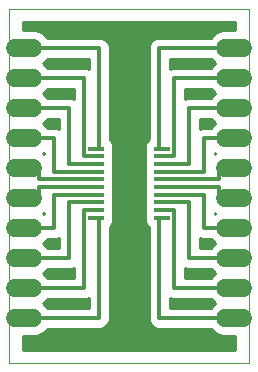
<source format=gtl>
G75*
%MOIN*%
%OFA0B0*%
%FSLAX25Y25*%
%IPPOS*%
%LPD*%
%AMOC8*
5,1,8,0,0,1.08239X$1,22.5*
%
%ADD10C,0.00000*%
%ADD11R,0.05800X0.01400*%
%ADD12C,0.06000*%
%ADD13C,0.01200*%
%ADD14C,0.01000*%
D10*
X0010800Y0001500D02*
X0010800Y0119610D01*
X0090721Y0119610D01*
X0090721Y0001500D01*
X0010800Y0001500D01*
D11*
X0039700Y0050000D03*
X0039700Y0052500D03*
X0039700Y0055100D03*
X0039700Y0057700D03*
X0039700Y0060200D03*
X0039700Y0062800D03*
X0039700Y0065300D03*
X0039700Y0067900D03*
X0039700Y0070500D03*
X0039700Y0073000D03*
X0061900Y0073000D03*
X0061900Y0070500D03*
X0061900Y0067900D03*
X0061900Y0065300D03*
X0061900Y0062800D03*
X0061900Y0060200D03*
X0061900Y0057700D03*
X0061900Y0055100D03*
X0061900Y0052500D03*
X0061900Y0050000D03*
D12*
X0082800Y0046500D02*
X0088800Y0046500D01*
X0088800Y0036500D02*
X0082800Y0036500D01*
X0082800Y0026500D02*
X0088800Y0026500D01*
X0088800Y0016500D02*
X0082800Y0016500D01*
X0082800Y0056500D02*
X0088800Y0056500D01*
X0088800Y0066500D02*
X0082800Y0066500D01*
X0082800Y0076500D02*
X0088800Y0076500D01*
X0088800Y0086500D02*
X0082800Y0086500D01*
X0082800Y0096500D02*
X0088800Y0096500D01*
X0088800Y0106500D02*
X0082800Y0106500D01*
X0018800Y0106500D02*
X0012800Y0106500D01*
X0012800Y0096500D02*
X0018800Y0096500D01*
X0018800Y0086500D02*
X0012800Y0086500D01*
X0012800Y0076500D02*
X0018800Y0076500D01*
X0018800Y0066500D02*
X0012800Y0066500D01*
X0012800Y0056500D02*
X0018800Y0056500D01*
X0018800Y0046500D02*
X0012800Y0046500D01*
X0012800Y0036500D02*
X0018800Y0036500D01*
X0018800Y0026500D02*
X0012800Y0026500D01*
X0012800Y0016500D02*
X0018800Y0016500D01*
D13*
X0015800Y0016500D02*
X0040800Y0016500D01*
X0040800Y0050000D01*
X0039700Y0050000D01*
X0039700Y0052500D02*
X0035800Y0052500D01*
X0035800Y0026500D01*
X0015800Y0026500D01*
X0015800Y0036500D02*
X0030800Y0036500D01*
X0030800Y0055100D01*
X0039700Y0055100D01*
X0039700Y0057700D02*
X0025800Y0057700D01*
X0025800Y0046500D01*
X0015800Y0046500D01*
X0015800Y0056500D02*
X0020800Y0056500D01*
X0020800Y0060200D01*
X0039700Y0060200D01*
X0039700Y0062800D02*
X0020800Y0062800D01*
X0020800Y0066500D01*
X0015800Y0066500D01*
X0015800Y0076500D02*
X0025800Y0076500D01*
X0025800Y0065300D01*
X0039700Y0065300D01*
X0039700Y0067900D02*
X0030800Y0067900D01*
X0030800Y0086500D01*
X0015800Y0086500D01*
X0015800Y0096500D02*
X0035800Y0096500D01*
X0035800Y0070500D01*
X0039700Y0070500D01*
X0039700Y0073000D02*
X0040800Y0073000D01*
X0040800Y0106500D01*
X0015800Y0106500D01*
X0060800Y0106500D02*
X0060800Y0073000D01*
X0061900Y0073000D01*
X0061900Y0070500D02*
X0065800Y0070500D01*
X0065800Y0096500D01*
X0085800Y0096500D01*
X0085800Y0086500D02*
X0070800Y0086500D01*
X0070800Y0067900D01*
X0061900Y0067900D01*
X0061900Y0065300D02*
X0075800Y0065300D01*
X0075800Y0076500D01*
X0085800Y0076500D01*
X0085800Y0066500D02*
X0080800Y0066500D01*
X0080800Y0062800D01*
X0061900Y0062800D01*
X0061900Y0060200D02*
X0080800Y0060200D01*
X0080800Y0056500D01*
X0085800Y0056500D01*
X0085800Y0046500D02*
X0075800Y0046500D01*
X0075800Y0057700D01*
X0061900Y0057700D01*
X0061900Y0055100D02*
X0070800Y0055100D01*
X0070800Y0036500D01*
X0085800Y0036500D01*
X0085800Y0026500D02*
X0065800Y0026500D01*
X0065800Y0052500D01*
X0061900Y0052500D01*
X0061900Y0050000D02*
X0060800Y0050000D01*
X0060800Y0016500D01*
X0085800Y0016500D01*
X0085800Y0106500D02*
X0060800Y0106500D01*
D14*
X0058652Y0109302D02*
X0042948Y0109302D01*
X0042783Y0109467D02*
X0043767Y0108483D01*
X0044300Y0107196D01*
X0044300Y0076101D01*
X0045058Y0075343D01*
X0045500Y0074277D01*
X0045500Y0071777D01*
X0045500Y0069223D01*
X0045490Y0069200D01*
X0045500Y0069177D01*
X0045500Y0066623D01*
X0045490Y0066600D01*
X0045500Y0066577D01*
X0045500Y0061523D01*
X0045490Y0061500D01*
X0045500Y0061477D01*
X0045500Y0056423D01*
X0045490Y0056400D01*
X0045500Y0056377D01*
X0045500Y0053823D01*
X0045490Y0053800D01*
X0045500Y0053777D01*
X0045500Y0048723D01*
X0045058Y0047657D01*
X0044300Y0046899D01*
X0044300Y0015804D01*
X0043767Y0014517D01*
X0042783Y0013533D01*
X0041496Y0013000D01*
X0023644Y0013000D01*
X0022142Y0011498D01*
X0019974Y0010600D01*
X0015300Y0010600D01*
X0015300Y0006000D01*
X0086221Y0006000D01*
X0086221Y0010600D01*
X0081626Y0010600D01*
X0079458Y0011498D01*
X0077956Y0013000D01*
X0060104Y0013000D01*
X0058817Y0013533D01*
X0057833Y0014517D01*
X0057300Y0015804D01*
X0057300Y0046899D01*
X0056541Y0047657D01*
X0056100Y0048723D01*
X0056100Y0053777D01*
X0056110Y0053800D01*
X0056100Y0053823D01*
X0056100Y0056377D01*
X0056110Y0056400D01*
X0056100Y0056423D01*
X0056100Y0061477D01*
X0056110Y0061500D01*
X0056100Y0061523D01*
X0056100Y0066577D01*
X0056110Y0066600D01*
X0056100Y0066623D01*
X0056100Y0069177D01*
X0056110Y0069200D01*
X0056100Y0069223D01*
X0056100Y0074277D01*
X0056541Y0075343D01*
X0057300Y0076101D01*
X0057300Y0107196D01*
X0057833Y0108483D01*
X0058817Y0109467D01*
X0060104Y0110000D01*
X0077956Y0110000D01*
X0079458Y0111502D01*
X0081626Y0112400D01*
X0086221Y0112400D01*
X0086221Y0115110D01*
X0015300Y0115110D01*
X0015300Y0112400D01*
X0019974Y0112400D01*
X0022142Y0111502D01*
X0023644Y0110000D01*
X0041496Y0110000D01*
X0042783Y0109467D01*
X0043841Y0108303D02*
X0057759Y0108303D01*
X0057345Y0107305D02*
X0044255Y0107305D01*
X0044300Y0106306D02*
X0057300Y0106306D01*
X0057300Y0105308D02*
X0044300Y0105308D01*
X0044300Y0104309D02*
X0057300Y0104309D01*
X0057300Y0103311D02*
X0044300Y0103311D01*
X0044300Y0102312D02*
X0057300Y0102312D01*
X0057300Y0101314D02*
X0044300Y0101314D01*
X0044300Y0100315D02*
X0057300Y0100315D01*
X0057300Y0099317D02*
X0044300Y0099317D01*
X0044300Y0098318D02*
X0057300Y0098318D01*
X0057300Y0097320D02*
X0044300Y0097320D01*
X0044300Y0096321D02*
X0057300Y0096321D01*
X0057300Y0095323D02*
X0044300Y0095323D01*
X0044300Y0094324D02*
X0057300Y0094324D01*
X0057300Y0093326D02*
X0044300Y0093326D01*
X0044300Y0092327D02*
X0057300Y0092327D01*
X0057300Y0091329D02*
X0044300Y0091329D01*
X0044300Y0090330D02*
X0057300Y0090330D01*
X0057300Y0089332D02*
X0044300Y0089332D01*
X0044300Y0088333D02*
X0057300Y0088333D01*
X0057300Y0087335D02*
X0044300Y0087335D01*
X0044300Y0086336D02*
X0057300Y0086336D01*
X0057300Y0085338D02*
X0044300Y0085338D01*
X0044300Y0084339D02*
X0057300Y0084339D01*
X0057300Y0083341D02*
X0044300Y0083341D01*
X0044300Y0082342D02*
X0057300Y0082342D01*
X0057300Y0081344D02*
X0044300Y0081344D01*
X0044300Y0080345D02*
X0057300Y0080345D01*
X0057300Y0079347D02*
X0044300Y0079347D01*
X0044300Y0078348D02*
X0057300Y0078348D01*
X0057300Y0077350D02*
X0044300Y0077350D01*
X0044300Y0076351D02*
X0057300Y0076351D01*
X0056551Y0075353D02*
X0045049Y0075353D01*
X0045468Y0074354D02*
X0056132Y0074354D01*
X0056100Y0073356D02*
X0045500Y0073356D01*
X0045500Y0072357D02*
X0056100Y0072357D01*
X0056100Y0071359D02*
X0045500Y0071359D01*
X0045500Y0070360D02*
X0056100Y0070360D01*
X0056100Y0069362D02*
X0045500Y0069362D01*
X0045500Y0068363D02*
X0056100Y0068363D01*
X0056100Y0067365D02*
X0045500Y0067365D01*
X0045500Y0066366D02*
X0056100Y0066366D01*
X0056100Y0065368D02*
X0045500Y0065368D01*
X0045500Y0064369D02*
X0056100Y0064369D01*
X0056100Y0063370D02*
X0045500Y0063370D01*
X0045500Y0062372D02*
X0056100Y0062372D01*
X0056100Y0061373D02*
X0045500Y0061373D01*
X0045500Y0060375D02*
X0056100Y0060375D01*
X0056100Y0059376D02*
X0045500Y0059376D01*
X0045500Y0058378D02*
X0056100Y0058378D01*
X0056100Y0057379D02*
X0045500Y0057379D01*
X0045498Y0056381D02*
X0056102Y0056381D01*
X0056100Y0055382D02*
X0045500Y0055382D01*
X0045500Y0054384D02*
X0056100Y0054384D01*
X0056100Y0053385D02*
X0045500Y0053385D01*
X0045500Y0052387D02*
X0056100Y0052387D01*
X0056100Y0051388D02*
X0045500Y0051388D01*
X0045500Y0050390D02*
X0056100Y0050390D01*
X0056100Y0049391D02*
X0045500Y0049391D01*
X0045363Y0048393D02*
X0056237Y0048393D01*
X0056804Y0047394D02*
X0044796Y0047394D01*
X0044300Y0046396D02*
X0057300Y0046396D01*
X0057300Y0045397D02*
X0044300Y0045397D01*
X0044300Y0044399D02*
X0057300Y0044399D01*
X0057300Y0043400D02*
X0044300Y0043400D01*
X0044300Y0042402D02*
X0057300Y0042402D01*
X0057300Y0041403D02*
X0044300Y0041403D01*
X0044300Y0040405D02*
X0057300Y0040405D01*
X0057300Y0039406D02*
X0044300Y0039406D01*
X0044300Y0038408D02*
X0057300Y0038408D01*
X0057300Y0037409D02*
X0044300Y0037409D01*
X0044300Y0036411D02*
X0057300Y0036411D01*
X0057300Y0035412D02*
X0044300Y0035412D01*
X0044300Y0034414D02*
X0057300Y0034414D01*
X0057300Y0033415D02*
X0044300Y0033415D01*
X0044300Y0032417D02*
X0057300Y0032417D01*
X0057300Y0031418D02*
X0044300Y0031418D01*
X0044300Y0030420D02*
X0057300Y0030420D01*
X0057300Y0029421D02*
X0044300Y0029421D01*
X0044300Y0028423D02*
X0057300Y0028423D01*
X0057300Y0027424D02*
X0044300Y0027424D01*
X0044300Y0026426D02*
X0057300Y0026426D01*
X0057300Y0025427D02*
X0044300Y0025427D01*
X0044300Y0024429D02*
X0057300Y0024429D01*
X0057300Y0023430D02*
X0044300Y0023430D01*
X0044300Y0022432D02*
X0057300Y0022432D01*
X0057300Y0021433D02*
X0044300Y0021433D01*
X0044300Y0020434D02*
X0057300Y0020434D01*
X0057300Y0019436D02*
X0044300Y0019436D01*
X0044300Y0018437D02*
X0057300Y0018437D01*
X0057300Y0017439D02*
X0044300Y0017439D01*
X0044300Y0016440D02*
X0057300Y0016440D01*
X0057450Y0015442D02*
X0044150Y0015442D01*
X0043693Y0014443D02*
X0057907Y0014443D01*
X0059030Y0013445D02*
X0042570Y0013445D01*
X0037300Y0020000D02*
X0023644Y0020000D01*
X0022144Y0021500D01*
X0023644Y0023000D01*
X0036496Y0023000D01*
X0037300Y0023333D01*
X0037300Y0020000D01*
X0037300Y0020434D02*
X0023209Y0020434D01*
X0022211Y0021433D02*
X0037300Y0021433D01*
X0037300Y0022432D02*
X0023075Y0022432D01*
X0023644Y0030000D02*
X0022144Y0031500D01*
X0023644Y0033000D01*
X0031496Y0033000D01*
X0032300Y0033333D01*
X0032300Y0030000D01*
X0023644Y0030000D01*
X0023224Y0030420D02*
X0032300Y0030420D01*
X0032300Y0031418D02*
X0022226Y0031418D01*
X0023060Y0032417D02*
X0032300Y0032417D01*
X0027300Y0040000D02*
X0023644Y0040000D01*
X0022144Y0041500D01*
X0023644Y0043000D01*
X0026496Y0043000D01*
X0027300Y0043333D01*
X0027300Y0040000D01*
X0027300Y0040405D02*
X0023239Y0040405D01*
X0022241Y0041403D02*
X0027300Y0041403D01*
X0027300Y0042402D02*
X0023046Y0042402D01*
X0022300Y0051344D02*
X0022144Y0051500D01*
X0022300Y0051656D01*
X0022300Y0051344D01*
X0022300Y0051388D02*
X0022255Y0051388D01*
X0022300Y0071344D02*
X0022144Y0071500D01*
X0022300Y0071656D01*
X0022300Y0071344D01*
X0022300Y0071359D02*
X0022285Y0071359D01*
X0026496Y0080000D02*
X0027300Y0079667D01*
X0027300Y0083000D01*
X0023644Y0083000D01*
X0022144Y0081500D01*
X0023644Y0080000D01*
X0026496Y0080000D01*
X0027300Y0080345D02*
X0023299Y0080345D01*
X0022300Y0081344D02*
X0027300Y0081344D01*
X0027300Y0082342D02*
X0022986Y0082342D01*
X0023644Y0090000D02*
X0022144Y0091500D01*
X0023644Y0093000D01*
X0032300Y0093000D01*
X0032300Y0089667D01*
X0031496Y0090000D01*
X0023644Y0090000D01*
X0023314Y0090330D02*
X0032300Y0090330D01*
X0032300Y0091329D02*
X0022315Y0091329D01*
X0022971Y0092327D02*
X0032300Y0092327D01*
X0036496Y0100000D02*
X0023644Y0100000D01*
X0022144Y0101500D01*
X0023644Y0103000D01*
X0037300Y0103000D01*
X0037300Y0099667D01*
X0036496Y0100000D01*
X0037300Y0100315D02*
X0023328Y0100315D01*
X0022330Y0101314D02*
X0037300Y0101314D01*
X0037300Y0102312D02*
X0022956Y0102312D01*
X0023343Y0110301D02*
X0078257Y0110301D01*
X0079255Y0111299D02*
X0022345Y0111299D01*
X0020221Y0112298D02*
X0081379Y0112298D01*
X0086221Y0113296D02*
X0015300Y0113296D01*
X0015300Y0114295D02*
X0086221Y0114295D01*
X0077956Y0103000D02*
X0079456Y0101500D01*
X0077956Y0100000D01*
X0065104Y0100000D01*
X0064300Y0099667D01*
X0064300Y0103000D01*
X0077956Y0103000D01*
X0078644Y0102312D02*
X0064300Y0102312D01*
X0064300Y0101314D02*
X0079270Y0101314D01*
X0078272Y0100315D02*
X0064300Y0100315D01*
X0069300Y0093000D02*
X0077956Y0093000D01*
X0079456Y0091500D01*
X0077956Y0090000D01*
X0070104Y0090000D01*
X0069300Y0089667D01*
X0069300Y0093000D01*
X0069300Y0092327D02*
X0078629Y0092327D01*
X0079285Y0091329D02*
X0069300Y0091329D01*
X0069300Y0090330D02*
X0078286Y0090330D01*
X0077956Y0083000D02*
X0074300Y0083000D01*
X0074300Y0079667D01*
X0075104Y0080000D01*
X0077956Y0080000D01*
X0079456Y0081500D01*
X0077956Y0083000D01*
X0078614Y0082342D02*
X0074300Y0082342D01*
X0074300Y0081344D02*
X0079300Y0081344D01*
X0078301Y0080345D02*
X0074300Y0080345D01*
X0079300Y0071656D02*
X0079456Y0071500D01*
X0079300Y0071344D01*
X0079300Y0071656D01*
X0079300Y0071359D02*
X0079315Y0071359D01*
X0079300Y0051656D02*
X0079456Y0051500D01*
X0079300Y0051344D01*
X0079300Y0051656D01*
X0079300Y0051388D02*
X0079345Y0051388D01*
X0075104Y0043000D02*
X0074300Y0043333D01*
X0074300Y0040000D01*
X0077956Y0040000D01*
X0079456Y0041500D01*
X0077956Y0043000D01*
X0075104Y0043000D01*
X0074300Y0042402D02*
X0078554Y0042402D01*
X0079359Y0041403D02*
X0074300Y0041403D01*
X0074300Y0040405D02*
X0078361Y0040405D01*
X0077956Y0033000D02*
X0070104Y0033000D01*
X0069300Y0033333D01*
X0069300Y0030000D01*
X0077956Y0030000D01*
X0079456Y0031500D01*
X0077956Y0033000D01*
X0078540Y0032417D02*
X0069300Y0032417D01*
X0069300Y0031418D02*
X0079374Y0031418D01*
X0078376Y0030420D02*
X0069300Y0030420D01*
X0065104Y0023000D02*
X0064300Y0023333D01*
X0064300Y0020000D01*
X0077956Y0020000D01*
X0079456Y0021500D01*
X0077956Y0023000D01*
X0065104Y0023000D01*
X0064300Y0022432D02*
X0078525Y0022432D01*
X0079389Y0021433D02*
X0064300Y0021433D01*
X0064300Y0020434D02*
X0078391Y0020434D01*
X0078510Y0012446D02*
X0023090Y0012446D01*
X0022021Y0011448D02*
X0079579Y0011448D01*
X0086221Y0010449D02*
X0015300Y0010449D01*
X0015300Y0009451D02*
X0086221Y0009451D01*
X0086221Y0008452D02*
X0015300Y0008452D01*
X0015300Y0007454D02*
X0086221Y0007454D01*
X0086221Y0006455D02*
X0015300Y0006455D01*
M02*

</source>
